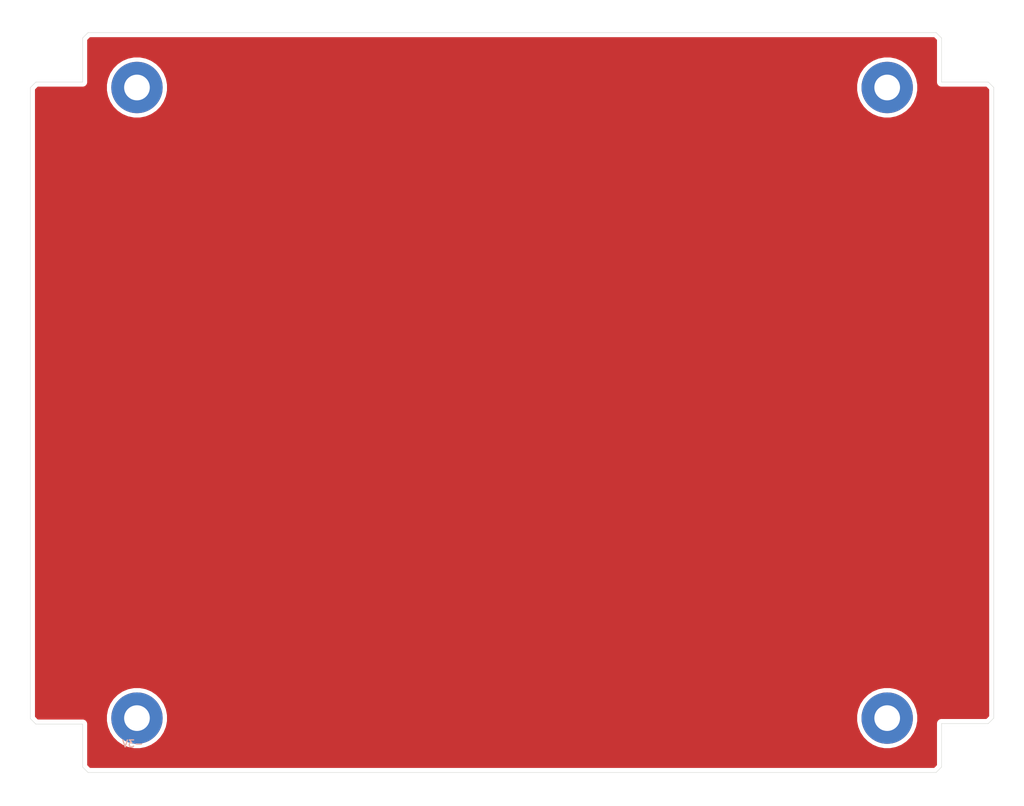
<source format=kicad_pcb>
(kicad_pcb (version 20171130) (host pcbnew "(5.1.6-0-10_14)")

  (general
    (thickness 1.6)
    (drawings 21)
    (tracks 0)
    (zones 0)
    (modules 5)
    (nets 1)
  )

  (page A4 portrait)
  (layers
    (0 F.Cu signal)
    (31 B.Cu signal)
    (32 B.Adhes user)
    (33 F.Adhes user)
    (34 B.Paste user)
    (35 F.Paste user)
    (36 B.SilkS user)
    (37 F.SilkS user)
    (38 B.Mask user)
    (39 F.Mask user)
    (40 Dwgs.User user)
    (41 Cmts.User user)
    (42 Eco1.User user)
    (43 Eco2.User user)
    (44 Edge.Cuts user)
    (45 Margin user)
    (46 B.CrtYd user)
    (47 F.CrtYd user)
    (48 B.Fab user hide)
    (49 F.Fab user hide)
  )

  (setup
    (last_trace_width 0.127)
    (user_trace_width 0.4)
    (user_trace_width 0.5)
    (user_trace_width 1)
    (user_trace_width 2)
    (user_trace_width 4)
    (user_trace_width 5)
    (trace_clearance 0.127)
    (zone_clearance 0.508)
    (zone_45_only no)
    (trace_min 0.127)
    (via_size 0.45)
    (via_drill 0.2)
    (via_min_size 0.45)
    (via_min_drill 0.2)
    (user_via 0.8 0.4)
    (user_via 2 1)
    (user_via 3 1.5)
    (uvia_size 0.3)
    (uvia_drill 0.1)
    (uvias_allowed no)
    (uvia_min_size 0.2)
    (uvia_min_drill 0.1)
    (edge_width 0.05)
    (segment_width 0.2)
    (pcb_text_width 0.3)
    (pcb_text_size 1.5 1.5)
    (mod_edge_width 0.15)
    (mod_text_size 0.8 0.8)
    (mod_text_width 0.15)
    (pad_size 3 3)
    (pad_drill 2)
    (pad_to_mask_clearance 0.05)
    (aux_axis_origin 0 0)
    (visible_elements FFFFFF7F)
    (pcbplotparams
      (layerselection 0x010f0_ffffffff)
      (usegerberextensions false)
      (usegerberattributes true)
      (usegerberadvancedattributes true)
      (creategerberjobfile true)
      (excludeedgelayer false)
      (linewidth 0.100000)
      (plotframeref false)
      (viasonmask false)
      (mode 1)
      (useauxorigin false)
      (hpglpennumber 1)
      (hpglpenspeed 20)
      (hpglpendiameter 15.000000)
      (psnegative false)
      (psa4output false)
      (plotreference true)
      (plotvalue false)
      (plotinvisibletext false)
      (padsonsilk false)
      (subtractmaskfromsilk false)
      (outputformat 1)
      (mirror false)
      (drillshape 0)
      (scaleselection 1)
      (outputdirectory "gerbers/"))
  )

  (net 0 "")

  (net_class Default "This is the default net class."
    (clearance 0.127)
    (trace_width 0.127)
    (via_dia 0.45)
    (via_drill 0.2)
    (uvia_dia 0.3)
    (uvia_drill 0.1)
    (diff_pair_width 0.127)
    (diff_pair_gap 0.127)
  )

  (module MountingHole:MountingHole_3mm_Pad locked (layer F.Cu) (tedit 56D1B4CB) (tstamp 5F834F2A)
    (at 54.61 60.96)
    (descr "Mounting Hole 3mm")
    (tags "mounting hole 3mm")
    (attr virtual)
    (fp_text reference REF** (at 0 -4) (layer F.SilkS) hide
      (effects (font (size 1 1) (thickness 0.15)))
    )
    (fp_text value MountingHole_3mm_Pad (at 0 4) (layer F.Fab)
      (effects (font (size 1 1) (thickness 0.15)))
    )
    (fp_circle (center 0 0) (end 3.25 0) (layer F.CrtYd) (width 0.05))
    (fp_circle (center 0 0) (end 3 0) (layer Cmts.User) (width 0.15))
    (fp_text user %R (at 0.3 0) (layer F.Fab)
      (effects (font (size 1 1) (thickness 0.15)))
    )
    (pad 1 thru_hole circle (at 0 0) (size 6 6) (drill 3) (layers *.Cu *.Mask))
  )

  (module MountingHole:MountingHole_3mm_Pad locked (layer F.Cu) (tedit 56D1B4CB) (tstamp 5F8352B0)
    (at 54.61 134.62)
    (descr "Mounting Hole 3mm")
    (tags "mounting hole 3mm")
    (attr virtual)
    (fp_text reference REF** (at 0 -4) (layer F.SilkS) hide
      (effects (font (size 1 1) (thickness 0.15)))
    )
    (fp_text value MountingHole_3mm_Pad (at 0 4) (layer F.Fab)
      (effects (font (size 1 1) (thickness 0.15)))
    )
    (fp_circle (center 0 0) (end 3.25 0) (layer F.CrtYd) (width 0.05))
    (fp_circle (center 0 0) (end 3 0) (layer Cmts.User) (width 0.15))
    (fp_text user %R (at 0.3 0) (layer F.Fab)
      (effects (font (size 1 1) (thickness 0.15)))
    )
    (pad 1 thru_hole circle (at 0 0) (size 6 6) (drill 3) (layers *.Cu *.Mask))
  )

  (module MountingHole:MountingHole_3mm_Pad locked (layer F.Cu) (tedit 56D1B4CB) (tstamp 5F8352B0)
    (at 142.24 60.96)
    (descr "Mounting Hole 3mm")
    (tags "mounting hole 3mm")
    (attr virtual)
    (fp_text reference REF** (at 0 -4) (layer F.SilkS) hide
      (effects (font (size 1 1) (thickness 0.15)))
    )
    (fp_text value MountingHole_3mm_Pad (at 0 4) (layer F.Fab)
      (effects (font (size 1 1) (thickness 0.15)))
    )
    (fp_circle (center 0 0) (end 3.25 0) (layer F.CrtYd) (width 0.05))
    (fp_circle (center 0 0) (end 3 0) (layer Cmts.User) (width 0.15))
    (fp_text user %R (at 0.3 0) (layer F.Fab)
      (effects (font (size 1 1) (thickness 0.15)))
    )
    (pad 1 thru_hole circle (at 0 0) (size 6 6) (drill 3) (layers *.Cu *.Mask))
  )

  (module MountingHole:MountingHole_3mm_Pad locked (layer F.Cu) (tedit 56D1B4CB) (tstamp 5F8352B0)
    (at 142.24 134.62)
    (descr "Mounting Hole 3mm")
    (tags "mounting hole 3mm")
    (attr virtual)
    (fp_text reference REF** (at 0 -4) (layer F.SilkS) hide
      (effects (font (size 1 1) (thickness 0.15)))
    )
    (fp_text value MountingHole_3mm_Pad (at 0 4) (layer F.Fab)
      (effects (font (size 1 1) (thickness 0.15)))
    )
    (fp_circle (center 0 0) (end 3.25 0) (layer F.CrtYd) (width 0.05))
    (fp_circle (center 0 0) (end 3 0) (layer Cmts.User) (width 0.15))
    (fp_text user %R (at 0.3 0) (layer F.Fab)
      (effects (font (size 1 1) (thickness 0.15)))
    )
    (pad 1 thru_hole circle (at 0 0) (size 6 6) (drill 3) (layers *.Cu *.Mask))
  )

  (module Hammond1590:1590BB locked (layer F.Cu) (tedit 5F42D66B) (tstamp 5F433D60)
    (at 98.425 97.79 270)
    (descr "Inside Lid Width and Inside Box Height - https://www.hammfg.com/files/parts/pdf/1590BB.pdf")
    (fp_text reference REF** (at 0.0635 -66.929 90) (layer F.SilkS) hide
      (effects (font (size 1 1) (thickness 0.15)))
    )
    (fp_text value 1590BB (at 0 -65.2145 90) (layer F.Fab)
      (effects (font (size 1 1) (thickness 0.15)))
    )
    (fp_line (start 47.0535 59.7535) (end 47.0535 -59.7535) (layer Cmts.User) (width 0.12))
    (fp_line (start -46.99 -59.7535) (end 47.0535 -59.7535) (layer Cmts.User) (width 0.12))
    (fp_line (start 47.0535 59.7535) (end -46.99 59.7535) (layer Cmts.User) (width 0.12))
    (fp_line (start -46.99 -59.7535) (end -46.99 59.7535) (layer Cmts.User) (width 0.12))
    (fp_line (start -44.704 -56.896) (end 44.7675 -56.896) (layer Cmts.User) (width 0.12))
    (fp_line (start 44.7675 -56.896) (end 44.7675 56.896) (layer Cmts.User) (width 0.12))
    (fp_line (start 44.7675 56.896) (end -44.704 56.896) (layer Cmts.User) (width 0.12))
    (fp_line (start -44.704 56.896) (end -44.704 -56.896) (layer Cmts.User) (width 0.12))
    (fp_line (start -43.18 49.53) (end -43.18 -49.53) (layer Dwgs.User) (width 0.12))
    (fp_line (start -36.83 56.261) (end 36.83 56.261) (layer Dwgs.User) (width 0.12))
    (fp_line (start -36.8935 -56.261) (end 36.83 -56.261) (layer Dwgs.User) (width 0.12))
    (fp_line (start 43.2435 49.53) (end 43.2435 -49.53) (layer Dwgs.User) (width 0.12))
    (fp_line (start -37.465 55.626) (end -37.465 50.165) (layer Dwgs.User) (width 0.12))
    (fp_line (start -37.465 50.165) (end -42.545 50.165) (layer Dwgs.User) (width 0.12))
    (fp_line (start 37.465 55.626) (end 37.465 50.165) (layer Dwgs.User) (width 0.12))
    (fp_line (start 37.465 50.165) (end 42.6085 50.165) (layer Dwgs.User) (width 0.12))
    (fp_line (start 42.6085 -50.165) (end 37.465 -50.165) (layer Dwgs.User) (width 0.12))
    (fp_line (start 37.465 -50.165) (end 37.465 -55.626) (layer Dwgs.User) (width 0.12))
    (fp_line (start -37.5285 -55.626) (end -37.5285 -50.165) (layer Dwgs.User) (width 0.12))
    (fp_line (start -37.5285 -50.165) (end -42.545 -50.165) (layer Dwgs.User) (width 0.12))
    (fp_line (start 36.83 56.261) (end 37.465 55.626) (layer Dwgs.User) (width 0.12))
    (fp_line (start 42.6085 50.165) (end 43.2435 49.53) (layer Dwgs.User) (width 0.12))
    (fp_line (start -42.545 50.165) (end -43.18 49.53) (layer Dwgs.User) (width 0.12))
    (fp_line (start -36.83 56.261) (end -37.465 55.626) (layer Dwgs.User) (width 0.12))
    (fp_line (start -42.545 -50.165) (end -43.18 -49.53) (layer Dwgs.User) (width 0.12))
    (fp_line (start -37.5285 -55.626) (end -36.8935 -56.261) (layer Dwgs.User) (width 0.12))
    (fp_line (start 36.83 -56.261) (end 37.465 -55.626) (layer Dwgs.User) (width 0.12))
    (fp_line (start 43.2435 -49.53) (end 42.6085 -50.165) (layer Dwgs.User) (width 0.12))
  )

  (gr_text -3V (at 54.102 137.6045) (layer B.SilkS)
    (effects (font (size 0.8 0.8) (thickness 0.15)) (justify mirror))
  )
  (gr_line (start 148.59 140.335) (end 147.955 140.97) (layer Edge.Cuts) (width 0.05) (tstamp 5F4399CA))
  (gr_line (start 148.59 135.255) (end 148.59 140.335) (layer Edge.Cuts) (width 0.05))
  (gr_line (start 154.051 135.255) (end 148.59 135.255) (layer Edge.Cuts) (width 0.05))
  (gr_line (start 154.686 134.62) (end 154.051 135.255) (layer Edge.Cuts) (width 0.05))
  (gr_line (start 154.686 60.96) (end 154.686 134.62) (layer Edge.Cuts) (width 0.05))
  (gr_line (start 154.051 60.325) (end 154.686 60.96) (layer Edge.Cuts) (width 0.05))
  (gr_line (start 148.59 60.325) (end 154.051 60.325) (layer Edge.Cuts) (width 0.05))
  (gr_line (start 148.59 55.1815) (end 148.59 60.325) (layer Edge.Cuts) (width 0.05))
  (gr_line (start 147.955 54.5465) (end 148.59 55.1815) (layer Edge.Cuts) (width 0.05))
  (gr_line (start 48.895 54.5465) (end 147.955 54.5465) (layer Edge.Cuts) (width 0.05))
  (gr_line (start 48.26 55.1815) (end 48.895 54.5465) (layer Edge.Cuts) (width 0.05))
  (gr_line (start 48.26 60.325) (end 48.26 55.1815) (layer Edge.Cuts) (width 0.05))
  (gr_line (start 42.799 60.325) (end 48.26 60.325) (layer Edge.Cuts) (width 0.05))
  (gr_line (start 42.164 60.96) (end 42.799 60.325) (layer Edge.Cuts) (width 0.05))
  (gr_line (start 42.164 134.6835) (end 42.164 60.96) (layer Edge.Cuts) (width 0.05))
  (gr_line (start 42.799 135.3185) (end 42.164 134.6835) (layer Edge.Cuts) (width 0.05))
  (gr_line (start 48.26 135.3185) (end 42.799 135.3185) (layer Edge.Cuts) (width 0.05))
  (gr_line (start 48.26 140.335) (end 48.26 135.3185) (layer Edge.Cuts) (width 0.05))
  (gr_line (start 48.895 140.97) (end 48.26 140.335) (layer Edge.Cuts) (width 0.05))
  (gr_line (start 147.955 140.97) (end 48.895 140.97) (layer Edge.Cuts) (width 0.05))

  (zone (net 0) (net_name "") (layer F.Cu) (tstamp 5F83592B) (hatch edge 0.508)
    (connect_pads yes (clearance 0.508))
    (min_thickness 0.254)
    (fill yes (arc_segments 32) (thermal_gap 0.508) (thermal_bridge_width 0.508))
    (polygon
      (pts
        (xy 154.686 54.5465) (xy 154.686 140.97) (xy 42.164 140.97) (xy 42.164 54.5465)
      )
    )
    (filled_polygon
      (pts
        (xy 147.93 55.454881) (xy 147.930001 60.292571) (xy 147.926807 60.325) (xy 147.93955 60.454383) (xy 147.97729 60.578793)
        (xy 148.038575 60.69345) (xy 148.121052 60.793948) (xy 148.22155 60.876425) (xy 148.336207 60.93771) (xy 148.460617 60.97545)
        (xy 148.557581 60.985) (xy 148.59 60.988193) (xy 148.622419 60.985) (xy 153.77762 60.985) (xy 154.026 61.233381)
        (xy 154.026001 134.346618) (xy 153.77762 134.595) (xy 148.622419 134.595) (xy 148.59 134.591807) (xy 148.557581 134.595)
        (xy 148.460617 134.60455) (xy 148.336207 134.64229) (xy 148.22155 134.703575) (xy 148.121052 134.786052) (xy 148.038575 134.88655)
        (xy 147.97729 135.001207) (xy 147.93955 135.125617) (xy 147.926807 135.255) (xy 147.93 135.287419) (xy 147.930001 140.061618)
        (xy 147.68162 140.31) (xy 49.168381 140.31) (xy 48.92 140.06162) (xy 48.92 135.350919) (xy 48.923193 135.3185)
        (xy 48.91045 135.189117) (xy 48.87271 135.064707) (xy 48.811425 134.95005) (xy 48.728948 134.849552) (xy 48.62845 134.767075)
        (xy 48.513793 134.70579) (xy 48.389383 134.66805) (xy 48.292419 134.6585) (xy 48.26 134.655307) (xy 48.227581 134.6585)
        (xy 43.072381 134.6585) (xy 42.824 134.41012) (xy 42.824 134.261984) (xy 50.975 134.261984) (xy 50.975 134.978016)
        (xy 51.114691 135.68029) (xy 51.388705 136.341818) (xy 51.786511 136.937177) (xy 52.292823 137.443489) (xy 52.888182 137.841295)
        (xy 53.54971 138.115309) (xy 54.251984 138.255) (xy 54.968016 138.255) (xy 55.67029 138.115309) (xy 56.331818 137.841295)
        (xy 56.927177 137.443489) (xy 57.433489 136.937177) (xy 57.831295 136.341818) (xy 58.105309 135.68029) (xy 58.245 134.978016)
        (xy 58.245 134.261984) (xy 138.605 134.261984) (xy 138.605 134.978016) (xy 138.744691 135.68029) (xy 139.018705 136.341818)
        (xy 139.416511 136.937177) (xy 139.922823 137.443489) (xy 140.518182 137.841295) (xy 141.17971 138.115309) (xy 141.881984 138.255)
        (xy 142.598016 138.255) (xy 143.30029 138.115309) (xy 143.961818 137.841295) (xy 144.557177 137.443489) (xy 145.063489 136.937177)
        (xy 145.461295 136.341818) (xy 145.735309 135.68029) (xy 145.875 134.978016) (xy 145.875 134.261984) (xy 145.735309 133.55971)
        (xy 145.461295 132.898182) (xy 145.063489 132.302823) (xy 144.557177 131.796511) (xy 143.961818 131.398705) (xy 143.30029 131.124691)
        (xy 142.598016 130.985) (xy 141.881984 130.985) (xy 141.17971 131.124691) (xy 140.518182 131.398705) (xy 139.922823 131.796511)
        (xy 139.416511 132.302823) (xy 139.018705 132.898182) (xy 138.744691 133.55971) (xy 138.605 134.261984) (xy 58.245 134.261984)
        (xy 58.105309 133.55971) (xy 57.831295 132.898182) (xy 57.433489 132.302823) (xy 56.927177 131.796511) (xy 56.331818 131.398705)
        (xy 55.67029 131.124691) (xy 54.968016 130.985) (xy 54.251984 130.985) (xy 53.54971 131.124691) (xy 52.888182 131.398705)
        (xy 52.292823 131.796511) (xy 51.786511 132.302823) (xy 51.388705 132.898182) (xy 51.114691 133.55971) (xy 50.975 134.261984)
        (xy 42.824 134.261984) (xy 42.824 61.23338) (xy 43.072381 60.985) (xy 48.227581 60.985) (xy 48.26 60.988193)
        (xy 48.292419 60.985) (xy 48.389383 60.97545) (xy 48.513793 60.93771) (xy 48.62845 60.876425) (xy 48.728948 60.793948)
        (xy 48.811425 60.69345) (xy 48.860314 60.601984) (xy 50.975 60.601984) (xy 50.975 61.318016) (xy 51.114691 62.02029)
        (xy 51.388705 62.681818) (xy 51.786511 63.277177) (xy 52.292823 63.783489) (xy 52.888182 64.181295) (xy 53.54971 64.455309)
        (xy 54.251984 64.595) (xy 54.968016 64.595) (xy 55.67029 64.455309) (xy 56.331818 64.181295) (xy 56.927177 63.783489)
        (xy 57.433489 63.277177) (xy 57.831295 62.681818) (xy 58.105309 62.02029) (xy 58.245 61.318016) (xy 58.245 60.601984)
        (xy 138.605 60.601984) (xy 138.605 61.318016) (xy 138.744691 62.02029) (xy 139.018705 62.681818) (xy 139.416511 63.277177)
        (xy 139.922823 63.783489) (xy 140.518182 64.181295) (xy 141.17971 64.455309) (xy 141.881984 64.595) (xy 142.598016 64.595)
        (xy 143.30029 64.455309) (xy 143.961818 64.181295) (xy 144.557177 63.783489) (xy 145.063489 63.277177) (xy 145.461295 62.681818)
        (xy 145.735309 62.02029) (xy 145.875 61.318016) (xy 145.875 60.601984) (xy 145.735309 59.89971) (xy 145.461295 59.238182)
        (xy 145.063489 58.642823) (xy 144.557177 58.136511) (xy 143.961818 57.738705) (xy 143.30029 57.464691) (xy 142.598016 57.325)
        (xy 141.881984 57.325) (xy 141.17971 57.464691) (xy 140.518182 57.738705) (xy 139.922823 58.136511) (xy 139.416511 58.642823)
        (xy 139.018705 59.238182) (xy 138.744691 59.89971) (xy 138.605 60.601984) (xy 58.245 60.601984) (xy 58.105309 59.89971)
        (xy 57.831295 59.238182) (xy 57.433489 58.642823) (xy 56.927177 58.136511) (xy 56.331818 57.738705) (xy 55.67029 57.464691)
        (xy 54.968016 57.325) (xy 54.251984 57.325) (xy 53.54971 57.464691) (xy 52.888182 57.738705) (xy 52.292823 58.136511)
        (xy 51.786511 58.642823) (xy 51.388705 59.238182) (xy 51.114691 59.89971) (xy 50.975 60.601984) (xy 48.860314 60.601984)
        (xy 48.87271 60.578793) (xy 48.91045 60.454383) (xy 48.923193 60.325) (xy 48.92 60.292581) (xy 48.92 55.45488)
        (xy 49.168381 55.2065) (xy 147.68162 55.2065)
      )
    )
  )
)

</source>
